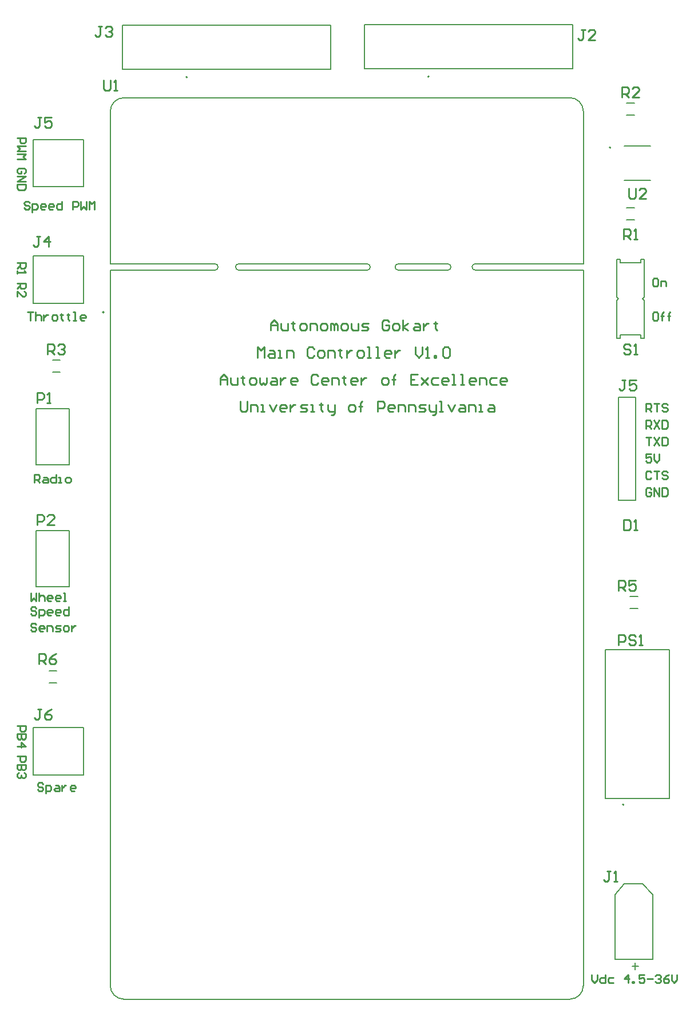
<source format=gto>
G04*
G04 #@! TF.GenerationSoftware,Altium Limited,Altium Designer,22.8.2 (66)*
G04*
G04 Layer_Color=65535*
%FSLAX42Y42*%
%MOMM*%
G71*
G04*
G04 #@! TF.SameCoordinates,8E390A5F-EF31-4BF6-9372-B9111DFB767B*
G04*
G04*
G04 #@! TF.FilePolarity,Positive*
G04*
G01*
G75*
%ADD10C,0.20*%
%ADD11C,0.13*%
%ADD12C,0.20*%
%ADD13C,0.25*%
D10*
X1406Y10493D02*
G03*
X1406Y10493I-10J0D01*
G01*
X9100Y3210D02*
G03*
X9100Y3210I-10J0D01*
G01*
X8906Y12930D02*
G03*
X8906Y12930I-10J0D01*
G01*
X2641Y13972D02*
G03*
X2641Y13972I-10J0D01*
G01*
X6217Y13980D02*
G03*
X6217Y13980I-10J0D01*
G01*
D11*
X1500Y533D02*
G03*
X1700Y333I200J0D01*
G01*
X8300D02*
G03*
X8500Y533I0J200D01*
G01*
Y13467D02*
G03*
X8300Y13667I-200J0D01*
G01*
X1700D02*
G03*
X1500Y13467I0J-200D01*
G01*
X6900Y11211D02*
G03*
X6900Y11117I1J-47D01*
G01*
X6494D02*
G03*
X6494Y11211I-1J47D01*
G01*
X5762D02*
G03*
X5762Y11117I1J-47D01*
G01*
X5300D02*
G03*
X5300Y11211I-1J47D01*
G01*
X3400D02*
G03*
X3400Y11117I1J-47D01*
G01*
X3049D02*
G03*
X3049Y11211I-1J47D01*
G01*
X1500Y533D02*
Y11117D01*
X1700Y333D02*
X8300D01*
X8500Y533D02*
Y11117D01*
Y11211D02*
Y13467D01*
X1700Y13667D02*
X8300D01*
X1500Y11211D02*
Y13467D01*
Y11117D02*
X3049D01*
X3400D02*
X5300D01*
X5762D02*
X6494D01*
X6900D02*
X8500D01*
X1500Y11211D02*
X3049D01*
X3400D02*
X5300D01*
X5762D02*
X6494D01*
X6900D02*
X8500D01*
X1100Y3650D02*
Y4350D01*
X360Y3650D02*
Y4350D01*
Y3650D02*
X1100D01*
X360Y4350D02*
X1100D01*
X8825Y3300D02*
X9775D01*
Y5500D01*
X8825D02*
X9775D01*
X8825Y3300D02*
Y5500D01*
X9192Y6288D02*
X9308D01*
X9192Y6112D02*
X9308D01*
X645Y9612D02*
X761D01*
X645Y9788D02*
X761D01*
X360Y13050D02*
X1100D01*
X360Y12350D02*
X1100D01*
X360D02*
Y13050D01*
X1100Y12350D02*
Y13050D01*
X9023Y7711D02*
Y9235D01*
X9277D01*
Y7711D02*
Y9235D01*
X9023Y7711D02*
X9277D01*
X9105Y12447D02*
X9495D01*
X9105Y12952D02*
X9495D01*
X1683Y14742D02*
X4763D01*
Y14092D02*
Y14742D01*
X1683Y14092D02*
Y14742D01*
Y14092D02*
X4763D01*
X592Y5188D02*
X708D01*
X592Y5012D02*
X708D01*
X1100Y10625D02*
Y11325D01*
X360Y10625D02*
Y11325D01*
Y10625D02*
X1100D01*
X360Y11325D02*
X1100D01*
X5259Y14100D02*
X8340D01*
X5259D02*
Y14750D01*
X8340Y14100D02*
Y14750D01*
X5259D02*
X8340D01*
X8997Y10112D02*
X9048D01*
Y10163D01*
X9352D01*
Y10112D02*
Y10163D01*
Y10112D02*
X9403D01*
Y10671D01*
X9378Y10696D02*
X9403Y10671D01*
X9378Y10696D02*
X9403Y10721D01*
Y11280D01*
X9352D02*
X9403D01*
X9352Y11229D02*
Y11280D01*
X9048Y11229D02*
X9352D01*
X9048D02*
Y11280D01*
X8997D02*
X9048D01*
X8997Y10721D02*
Y11280D01*
Y10721D02*
X9022Y10696D01*
X8997Y10671D02*
X9022Y10696D01*
X8997Y10112D02*
Y10671D01*
X9142Y11862D02*
X9258D01*
X9142Y12038D02*
X9258D01*
X9142Y13588D02*
X9258D01*
X9142Y13412D02*
X9258D01*
X9107Y2040D02*
X9370D01*
X8970Y1883D02*
X9107Y2040D01*
X8970Y920D02*
X9530D01*
X9270Y770D02*
Y870D01*
X9220Y820D02*
X9320D01*
X8970Y920D02*
Y1883D01*
X9530Y920D02*
Y1883D01*
X9370Y2040D02*
X9373D01*
X9530Y1883D01*
D12*
X890Y6435D02*
Y7265D01*
X400Y6435D02*
X890D01*
X400D02*
Y7265D01*
X890D01*
Y8235D02*
Y9065D01*
X400Y8235D02*
X890D01*
X400D02*
Y9065D01*
X890D01*
D13*
X3425Y9179D02*
Y9052D01*
X3451Y9026D01*
X3502D01*
X3527Y9052D01*
Y9179D01*
X3578Y9026D02*
Y9128D01*
X3654D01*
X3679Y9102D01*
Y9026D01*
X3730D02*
X3781D01*
X3755D01*
Y9128D01*
X3730D01*
X3857D02*
X3908Y9026D01*
X3959Y9128D01*
X4086Y9026D02*
X4035D01*
X4009Y9052D01*
Y9102D01*
X4035Y9128D01*
X4086D01*
X4111Y9102D01*
Y9077D01*
X4009D01*
X4162Y9128D02*
Y9026D01*
Y9077D01*
X4187Y9102D01*
X4213Y9128D01*
X4238D01*
X4314Y9026D02*
X4390D01*
X4416Y9052D01*
X4390Y9077D01*
X4340D01*
X4314Y9102D01*
X4340Y9128D01*
X4416D01*
X4466Y9026D02*
X4517D01*
X4492D01*
Y9128D01*
X4466D01*
X4619Y9153D02*
Y9128D01*
X4593D01*
X4644D01*
X4619D01*
Y9052D01*
X4644Y9026D01*
X4720Y9128D02*
Y9052D01*
X4746Y9026D01*
X4822D01*
Y9001D01*
X4797Y8975D01*
X4771D01*
X4822Y9026D02*
Y9128D01*
X5050Y9026D02*
X5101D01*
X5127Y9052D01*
Y9102D01*
X5101Y9128D01*
X5050D01*
X5025Y9102D01*
Y9052D01*
X5050Y9026D01*
X5203D02*
Y9153D01*
Y9102D01*
X5177D01*
X5228D01*
X5203D01*
Y9153D01*
X5228Y9179D01*
X5457Y9026D02*
Y9179D01*
X5533D01*
X5558Y9153D01*
Y9102D01*
X5533Y9077D01*
X5457D01*
X5685Y9026D02*
X5634D01*
X5609Y9052D01*
Y9102D01*
X5634Y9128D01*
X5685D01*
X5711Y9102D01*
Y9077D01*
X5609D01*
X5761Y9026D02*
Y9128D01*
X5838D01*
X5863Y9102D01*
Y9026D01*
X5914D02*
Y9128D01*
X5990D01*
X6015Y9102D01*
Y9026D01*
X6066D02*
X6142D01*
X6168Y9052D01*
X6142Y9077D01*
X6092D01*
X6066Y9102D01*
X6092Y9128D01*
X6168D01*
X6218D02*
Y9052D01*
X6244Y9026D01*
X6320D01*
Y9001D01*
X6295Y8975D01*
X6269D01*
X6320Y9026D02*
Y9128D01*
X6371Y9026D02*
X6422D01*
X6396D01*
Y9179D01*
X6371D01*
X6498Y9128D02*
X6549Y9026D01*
X6599Y9128D01*
X6676D02*
X6726D01*
X6752Y9102D01*
Y9026D01*
X6676D01*
X6650Y9052D01*
X6676Y9077D01*
X6752D01*
X6803Y9026D02*
Y9128D01*
X6879D01*
X6904Y9102D01*
Y9026D01*
X6955D02*
X7006D01*
X6980D01*
Y9128D01*
X6955D01*
X7107D02*
X7158D01*
X7183Y9102D01*
Y9026D01*
X7107D01*
X7082Y9052D01*
X7107Y9077D01*
X7183D01*
X3125Y9425D02*
Y9527D01*
X3176Y9578D01*
X3227Y9527D01*
Y9425D01*
Y9502D01*
X3125D01*
X3278Y9527D02*
Y9451D01*
X3303Y9425D01*
X3379D01*
Y9527D01*
X3455Y9552D02*
Y9527D01*
X3430D01*
X3481D01*
X3455D01*
Y9451D01*
X3481Y9425D01*
X3582D02*
X3633D01*
X3659Y9451D01*
Y9502D01*
X3633Y9527D01*
X3582D01*
X3557Y9502D01*
Y9451D01*
X3582Y9425D01*
X3709Y9527D02*
Y9451D01*
X3735Y9425D01*
X3760Y9451D01*
X3786Y9425D01*
X3811Y9451D01*
Y9527D01*
X3887D02*
X3938D01*
X3963Y9502D01*
Y9425D01*
X3887D01*
X3862Y9451D01*
X3887Y9476D01*
X3963D01*
X4014Y9527D02*
Y9425D01*
Y9476D01*
X4040Y9502D01*
X4065Y9527D01*
X4090D01*
X4243Y9425D02*
X4192D01*
X4166Y9451D01*
Y9502D01*
X4192Y9527D01*
X4243D01*
X4268Y9502D01*
Y9476D01*
X4166D01*
X4573Y9552D02*
X4547Y9578D01*
X4497D01*
X4471Y9552D01*
Y9451D01*
X4497Y9425D01*
X4547D01*
X4573Y9451D01*
X4700Y9425D02*
X4649D01*
X4624Y9451D01*
Y9502D01*
X4649Y9527D01*
X4700D01*
X4725Y9502D01*
Y9476D01*
X4624D01*
X4776Y9425D02*
Y9527D01*
X4852D01*
X4877Y9502D01*
Y9425D01*
X4954Y9552D02*
Y9527D01*
X4928D01*
X4979D01*
X4954D01*
Y9451D01*
X4979Y9425D01*
X5131D02*
X5081D01*
X5055Y9451D01*
Y9502D01*
X5081Y9527D01*
X5131D01*
X5157Y9502D01*
Y9476D01*
X5055D01*
X5208Y9527D02*
Y9425D01*
Y9476D01*
X5233Y9502D01*
X5258Y9527D01*
X5284D01*
X5538Y9425D02*
X5588D01*
X5614Y9451D01*
Y9502D01*
X5588Y9527D01*
X5538D01*
X5512Y9502D01*
Y9451D01*
X5538Y9425D01*
X5690D02*
Y9552D01*
Y9502D01*
X5665D01*
X5715D01*
X5690D01*
Y9552D01*
X5715Y9578D01*
X6045D02*
X5944D01*
Y9425D01*
X6045D01*
X5944Y9502D02*
X5995D01*
X6096Y9527D02*
X6198Y9425D01*
X6147Y9476D01*
X6198Y9527D01*
X6096Y9425D01*
X6350Y9527D02*
X6274D01*
X6249Y9502D01*
Y9451D01*
X6274Y9425D01*
X6350D01*
X6477D02*
X6426D01*
X6401Y9451D01*
Y9502D01*
X6426Y9527D01*
X6477D01*
X6503Y9502D01*
Y9476D01*
X6401D01*
X6553Y9425D02*
X6604D01*
X6579D01*
Y9578D01*
X6553D01*
X6680Y9425D02*
X6731D01*
X6706D01*
Y9578D01*
X6680D01*
X6883Y9425D02*
X6833D01*
X6807Y9451D01*
Y9502D01*
X6833Y9527D01*
X6883D01*
X6909Y9502D01*
Y9476D01*
X6807D01*
X6960Y9425D02*
Y9527D01*
X7036D01*
X7061Y9502D01*
Y9425D01*
X7213Y9527D02*
X7137D01*
X7112Y9502D01*
Y9451D01*
X7137Y9425D01*
X7213D01*
X7340D02*
X7290D01*
X7264Y9451D01*
Y9502D01*
X7290Y9527D01*
X7340D01*
X7366Y9502D01*
Y9476D01*
X7264D01*
X3675Y9825D02*
Y9978D01*
X3726Y9927D01*
X3777Y9978D01*
Y9825D01*
X3853Y9927D02*
X3904D01*
X3929Y9902D01*
Y9825D01*
X3853D01*
X3828Y9851D01*
X3853Y9876D01*
X3929D01*
X3980Y9825D02*
X4031D01*
X4005D01*
Y9927D01*
X3980D01*
X4107Y9825D02*
Y9927D01*
X4183D01*
X4209Y9902D01*
Y9825D01*
X4513Y9952D02*
X4488Y9978D01*
X4437D01*
X4412Y9952D01*
Y9851D01*
X4437Y9825D01*
X4488D01*
X4513Y9851D01*
X4590Y9825D02*
X4640D01*
X4666Y9851D01*
Y9902D01*
X4640Y9927D01*
X4590D01*
X4564Y9902D01*
Y9851D01*
X4590Y9825D01*
X4716D02*
Y9927D01*
X4793D01*
X4818Y9902D01*
Y9825D01*
X4894Y9952D02*
Y9927D01*
X4869D01*
X4920D01*
X4894D01*
Y9851D01*
X4920Y9825D01*
X4996Y9927D02*
Y9825D01*
Y9876D01*
X5021Y9902D01*
X5047Y9927D01*
X5072D01*
X5174Y9825D02*
X5224D01*
X5250Y9851D01*
Y9902D01*
X5224Y9927D01*
X5174D01*
X5148Y9902D01*
Y9851D01*
X5174Y9825D01*
X5300D02*
X5351D01*
X5326D01*
Y9978D01*
X5300D01*
X5427Y9825D02*
X5478D01*
X5453D01*
Y9978D01*
X5427D01*
X5631Y9825D02*
X5580D01*
X5554Y9851D01*
Y9902D01*
X5580Y9927D01*
X5631D01*
X5656Y9902D01*
Y9876D01*
X5554D01*
X5707Y9927D02*
Y9825D01*
Y9876D01*
X5732Y9902D01*
X5758Y9927D01*
X5783D01*
X6011Y9978D02*
Y9876D01*
X6062Y9825D01*
X6113Y9876D01*
Y9978D01*
X6164Y9825D02*
X6215D01*
X6189D01*
Y9978D01*
X6164Y9952D01*
X6291Y9825D02*
Y9851D01*
X6316D01*
Y9825D01*
X6291D01*
X6418Y9952D02*
X6443Y9978D01*
X6494D01*
X6519Y9952D01*
Y9851D01*
X6494Y9825D01*
X6443D01*
X6418Y9851D01*
Y9952D01*
X3875Y10225D02*
Y10327D01*
X3926Y10378D01*
X3977Y10327D01*
Y10225D01*
Y10302D01*
X3875D01*
X4028Y10327D02*
Y10251D01*
X4053Y10225D01*
X4129D01*
Y10327D01*
X4205Y10352D02*
Y10327D01*
X4180D01*
X4231D01*
X4205D01*
Y10251D01*
X4231Y10225D01*
X4332D02*
X4383D01*
X4409Y10251D01*
Y10302D01*
X4383Y10327D01*
X4332D01*
X4307Y10302D01*
Y10251D01*
X4332Y10225D01*
X4459D02*
Y10327D01*
X4536D01*
X4561Y10302D01*
Y10225D01*
X4637D02*
X4688D01*
X4713Y10251D01*
Y10302D01*
X4688Y10327D01*
X4637D01*
X4612Y10302D01*
Y10251D01*
X4637Y10225D01*
X4764D02*
Y10327D01*
X4790D01*
X4815Y10302D01*
Y10225D01*
Y10302D01*
X4840Y10327D01*
X4866Y10302D01*
Y10225D01*
X4942D02*
X4993D01*
X5018Y10251D01*
Y10302D01*
X4993Y10327D01*
X4942D01*
X4916Y10302D01*
Y10251D01*
X4942Y10225D01*
X5069Y10327D02*
Y10251D01*
X5094Y10225D01*
X5170D01*
Y10327D01*
X5221Y10225D02*
X5297D01*
X5323Y10251D01*
X5297Y10276D01*
X5247D01*
X5221Y10302D01*
X5247Y10327D01*
X5323D01*
X5627Y10352D02*
X5602Y10378D01*
X5551D01*
X5526Y10352D01*
Y10251D01*
X5551Y10225D01*
X5602D01*
X5627Y10251D01*
Y10302D01*
X5577D01*
X5704Y10225D02*
X5754D01*
X5780Y10251D01*
Y10302D01*
X5754Y10327D01*
X5704D01*
X5678Y10302D01*
Y10251D01*
X5704Y10225D01*
X5831D02*
Y10378D01*
Y10276D02*
X5907Y10327D01*
X5831Y10276D02*
X5907Y10225D01*
X6008Y10327D02*
X6059D01*
X6084Y10302D01*
Y10225D01*
X6008D01*
X5983Y10251D01*
X6008Y10276D01*
X6084D01*
X6135Y10327D02*
Y10225D01*
Y10276D01*
X6161Y10302D01*
X6186Y10327D01*
X6211D01*
X6313Y10352D02*
Y10327D01*
X6288D01*
X6338D01*
X6313D01*
Y10251D01*
X6338Y10225D01*
X1402Y13924D02*
Y13797D01*
X1427Y13772D01*
X1478D01*
X1504Y13797D01*
Y13924D01*
X1554Y13772D02*
X1605D01*
X1580D01*
Y13924D01*
X1554Y13899D01*
X505Y3515D02*
X485Y3535D01*
X445D01*
X425Y3515D01*
Y3495D01*
X445Y3475D01*
X485D01*
X505Y3455D01*
Y3435D01*
X485Y3415D01*
X445D01*
X425Y3435D01*
X545Y3375D02*
Y3495D01*
X605D01*
X625Y3475D01*
Y3435D01*
X605Y3415D01*
X545D01*
X685Y3495D02*
X725D01*
X745Y3475D01*
Y3415D01*
X685D01*
X665Y3435D01*
X685Y3455D01*
X745D01*
X785Y3495D02*
Y3415D01*
Y3455D01*
X805Y3475D01*
X825Y3495D01*
X845D01*
X965Y3415D02*
X925D01*
X905Y3435D01*
Y3475D01*
X925Y3495D01*
X965D01*
X985Y3475D01*
Y3455D01*
X905D01*
X475Y4626D02*
X424D01*
X449D01*
Y4499D01*
X424Y4474D01*
X398D01*
X373Y4499D01*
X627Y4626D02*
X576Y4601D01*
X525Y4550D01*
Y4499D01*
X551Y4474D01*
X602D01*
X627Y4499D01*
Y4525D01*
X602Y4550D01*
X525D01*
X125Y3925D02*
X245D01*
Y3865D01*
X225Y3845D01*
X185D01*
X165Y3865D01*
Y3925D01*
X245Y3805D02*
X125D01*
Y3745D01*
X145Y3725D01*
X165D01*
X185Y3745D01*
Y3805D01*
Y3745D01*
X205Y3725D01*
X225D01*
X245Y3745D01*
Y3805D01*
X225Y3685D02*
X245Y3665D01*
Y3625D01*
X225Y3605D01*
X205D01*
X185Y3625D01*
Y3645D01*
Y3625D01*
X165Y3605D01*
X145D01*
X125Y3625D01*
Y3665D01*
X145Y3685D01*
X125Y4375D02*
X245D01*
Y4315D01*
X225Y4295D01*
X185D01*
X165Y4315D01*
Y4375D01*
X245Y4255D02*
X125D01*
Y4195D01*
X145Y4175D01*
X165D01*
X185Y4195D01*
Y4255D01*
Y4195D01*
X205Y4175D01*
X225D01*
X245Y4195D01*
Y4255D01*
X125Y4075D02*
X245D01*
X185Y4135D01*
Y4055D01*
X125Y10925D02*
X245D01*
Y10865D01*
X225Y10845D01*
X185D01*
X165Y10865D01*
Y10925D01*
Y10885D02*
X125Y10845D01*
Y10725D02*
Y10805D01*
X205Y10725D01*
X225D01*
X245Y10745D01*
Y10785D01*
X225Y10805D01*
X125Y11225D02*
X245D01*
Y11165D01*
X225Y11145D01*
X185D01*
X165Y11165D01*
Y11225D01*
Y11185D02*
X125Y11145D01*
Y11105D02*
Y11065D01*
Y11085D01*
X245D01*
X225Y11105D01*
X8625Y695D02*
Y615D01*
X8665Y575D01*
X8705Y615D01*
Y695D01*
X8825D02*
Y575D01*
X8765D01*
X8745Y595D01*
Y635D01*
X8765Y655D01*
X8825D01*
X8945D02*
X8885D01*
X8865Y635D01*
Y595D01*
X8885Y575D01*
X8945D01*
X9165D02*
Y695D01*
X9105Y635D01*
X9185D01*
X9225Y575D02*
Y595D01*
X9245D01*
Y575D01*
X9225D01*
X9405Y695D02*
X9325D01*
Y635D01*
X9365Y655D01*
X9385D01*
X9405Y635D01*
Y595D01*
X9385Y575D01*
X9345D01*
X9325Y595D01*
X9445Y635D02*
X9525D01*
X9565Y675D02*
X9585Y695D01*
X9625D01*
X9645Y675D01*
Y655D01*
X9625Y635D01*
X9605D01*
X9625D01*
X9645Y615D01*
Y595D01*
X9625Y575D01*
X9585D01*
X9565Y595D01*
X9765Y695D02*
X9725Y675D01*
X9685Y635D01*
Y595D01*
X9705Y575D01*
X9745D01*
X9765Y595D01*
Y615D01*
X9745Y635D01*
X9685D01*
X9805Y695D02*
Y615D01*
X9845Y575D01*
X9885Y615D01*
Y695D01*
X9505Y7875D02*
X9485Y7895D01*
X9445D01*
X9425Y7875D01*
Y7795D01*
X9445Y7775D01*
X9485D01*
X9505Y7795D01*
Y7835D01*
X9465D01*
X9545Y7775D02*
Y7895D01*
X9625Y7775D01*
Y7895D01*
X9665D02*
Y7775D01*
X9725D01*
X9745Y7795D01*
Y7875D01*
X9725Y7895D01*
X9665D01*
X9505Y8125D02*
X9485Y8145D01*
X9445D01*
X9425Y8125D01*
Y8045D01*
X9445Y8025D01*
X9485D01*
X9505Y8045D01*
X9545Y8145D02*
X9625D01*
X9585D01*
Y8025D01*
X9745Y8125D02*
X9725Y8145D01*
X9685D01*
X9665Y8125D01*
Y8105D01*
X9685Y8085D01*
X9725D01*
X9745Y8065D01*
Y8045D01*
X9725Y8025D01*
X9685D01*
X9665Y8045D01*
X9505Y8395D02*
X9425D01*
Y8335D01*
X9465Y8355D01*
X9485D01*
X9505Y8335D01*
Y8295D01*
X9485Y8275D01*
X9445D01*
X9425Y8295D01*
X9545Y8395D02*
Y8315D01*
X9585Y8275D01*
X9625Y8315D01*
Y8395D01*
X9425Y8645D02*
X9505D01*
X9465D01*
Y8525D01*
X9545Y8645D02*
X9625Y8525D01*
Y8645D02*
X9545Y8525D01*
X9665Y8645D02*
Y8525D01*
X9725D01*
X9745Y8545D01*
Y8625D01*
X9725Y8645D01*
X9665D01*
X9425Y8775D02*
Y8895D01*
X9485D01*
X9505Y8875D01*
Y8835D01*
X9485Y8815D01*
X9425D01*
X9465D02*
X9505Y8775D01*
X9545Y8895D02*
X9625Y8775D01*
Y8895D02*
X9545Y8775D01*
X9665Y8895D02*
Y8775D01*
X9725D01*
X9745Y8795D01*
Y8875D01*
X9725Y8895D01*
X9665D01*
X9425Y9025D02*
Y9145D01*
X9485D01*
X9505Y9125D01*
Y9085D01*
X9485Y9065D01*
X9425D01*
X9465D02*
X9505Y9025D01*
X9545Y9145D02*
X9625D01*
X9585D01*
Y9025D01*
X9745Y9125D02*
X9725Y9145D01*
X9685D01*
X9665Y9125D01*
Y9105D01*
X9685Y9085D01*
X9725D01*
X9745Y9065D01*
Y9045D01*
X9725Y9025D01*
X9685D01*
X9665Y9045D01*
X9585Y10495D02*
X9545D01*
X9525Y10475D01*
Y10395D01*
X9545Y10375D01*
X9585D01*
X9605Y10395D01*
Y10475D01*
X9585Y10495D01*
X9665Y10375D02*
Y10475D01*
Y10435D01*
X9645D01*
X9685D01*
X9665D01*
Y10475D01*
X9685Y10495D01*
X9765Y10375D02*
Y10475D01*
Y10435D01*
X9745D01*
X9785D01*
X9765D01*
Y10475D01*
X9785Y10495D01*
X9585Y10995D02*
X9545D01*
X9525Y10975D01*
Y10895D01*
X9545Y10875D01*
X9585D01*
X9605Y10895D01*
Y10975D01*
X9585Y10995D01*
X9645Y10875D02*
Y10955D01*
X9705D01*
X9725Y10935D01*
Y10875D01*
X405Y5875D02*
X385Y5895D01*
X345D01*
X325Y5875D01*
Y5855D01*
X345Y5835D01*
X385D01*
X405Y5815D01*
Y5795D01*
X385Y5775D01*
X345D01*
X325Y5795D01*
X505Y5775D02*
X465D01*
X445Y5795D01*
Y5835D01*
X465Y5855D01*
X505D01*
X525Y5835D01*
Y5815D01*
X445D01*
X565Y5775D02*
Y5855D01*
X625D01*
X645Y5835D01*
Y5775D01*
X685D02*
X745D01*
X765Y5795D01*
X745Y5815D01*
X705D01*
X685Y5835D01*
X705Y5855D01*
X765D01*
X825Y5775D02*
X865D01*
X885Y5795D01*
Y5835D01*
X865Y5855D01*
X825D01*
X805Y5835D01*
Y5795D01*
X825Y5775D01*
X925Y5855D02*
Y5775D01*
Y5815D01*
X945Y5835D01*
X965Y5855D01*
X985D01*
X275Y10495D02*
X355D01*
X315D01*
Y10375D01*
X395Y10495D02*
Y10375D01*
Y10435D01*
X415Y10455D01*
X455D01*
X475Y10435D01*
Y10375D01*
X515Y10455D02*
Y10375D01*
Y10415D01*
X535Y10435D01*
X555Y10455D01*
X575D01*
X655Y10375D02*
X695D01*
X715Y10395D01*
Y10435D01*
X695Y10455D01*
X655D01*
X635Y10435D01*
Y10395D01*
X655Y10375D01*
X775Y10475D02*
Y10455D01*
X755D01*
X795D01*
X775D01*
Y10395D01*
X795Y10375D01*
X875Y10475D02*
Y10455D01*
X855D01*
X895D01*
X875D01*
Y10395D01*
X895Y10375D01*
X955D02*
X995D01*
X975D01*
Y10495D01*
X955D01*
X1115Y10375D02*
X1075D01*
X1055Y10395D01*
Y10435D01*
X1075Y10455D01*
X1115D01*
X1135Y10435D01*
Y10415D01*
X1055D01*
X405Y6115D02*
X385Y6135D01*
X345D01*
X325Y6115D01*
Y6095D01*
X345Y6075D01*
X385D01*
X405Y6055D01*
Y6035D01*
X385Y6015D01*
X345D01*
X325Y6035D01*
X445Y5975D02*
Y6095D01*
X505D01*
X525Y6075D01*
Y6035D01*
X505Y6015D01*
X445D01*
X625D02*
X585D01*
X565Y6035D01*
Y6075D01*
X585Y6095D01*
X625D01*
X645Y6075D01*
Y6055D01*
X565D01*
X745Y6015D02*
X705D01*
X685Y6035D01*
Y6075D01*
X705Y6095D01*
X745D01*
X765Y6075D01*
Y6055D01*
X685D01*
X885Y6135D02*
Y6015D01*
X825D01*
X805Y6035D01*
Y6075D01*
X825Y6095D01*
X885D01*
X325Y6345D02*
Y6225D01*
X365Y6265D01*
X405Y6225D01*
Y6345D01*
X445D02*
Y6225D01*
Y6285D01*
X465Y6305D01*
X505D01*
X525Y6285D01*
Y6225D01*
X625D02*
X585D01*
X565Y6245D01*
Y6285D01*
X585Y6305D01*
X625D01*
X645Y6285D01*
Y6265D01*
X565D01*
X745Y6225D02*
X705D01*
X685Y6245D01*
Y6285D01*
X705Y6305D01*
X745D01*
X765Y6285D01*
Y6265D01*
X685D01*
X805Y6225D02*
X845D01*
X825D01*
Y6345D01*
X805D01*
X375Y7975D02*
Y8095D01*
X435D01*
X455Y8075D01*
Y8035D01*
X435Y8015D01*
X375D01*
X415D02*
X455Y7975D01*
X515Y8055D02*
X555D01*
X575Y8035D01*
Y7975D01*
X515D01*
X495Y7995D01*
X515Y8015D01*
X575D01*
X695Y8095D02*
Y7975D01*
X635D01*
X615Y7995D01*
Y8035D01*
X635Y8055D01*
X695D01*
X735Y7975D02*
X775D01*
X755D01*
Y8055D01*
X735D01*
X855Y7975D02*
X895D01*
X915Y7995D01*
Y8035D01*
X895Y8055D01*
X855D01*
X835Y8035D01*
Y7995D01*
X855Y7975D01*
X225Y12545D02*
X245Y12565D01*
Y12605D01*
X225Y12625D01*
X145D01*
X125Y12605D01*
Y12565D01*
X145Y12545D01*
X185D01*
Y12585D01*
X125Y12505D02*
X245D01*
X125Y12425D01*
X245D01*
Y12385D02*
X125D01*
Y12325D01*
X145Y12305D01*
X225D01*
X245Y12325D01*
Y12385D01*
X125Y13075D02*
X245D01*
Y13015D01*
X225Y12995D01*
X185D01*
X165Y13015D01*
Y13075D01*
X245Y12955D02*
X125D01*
X165Y12915D01*
X125Y12875D01*
X245D01*
X125Y12835D02*
X245D01*
X205Y12795D01*
X245Y12755D01*
X125D01*
X305Y12115D02*
X285Y12135D01*
X245D01*
X225Y12115D01*
Y12095D01*
X245Y12075D01*
X285D01*
X305Y12055D01*
Y12035D01*
X285Y12015D01*
X245D01*
X225Y12035D01*
X345Y11975D02*
Y12095D01*
X405D01*
X425Y12075D01*
Y12035D01*
X405Y12015D01*
X345D01*
X525D02*
X485D01*
X465Y12035D01*
Y12075D01*
X485Y12095D01*
X525D01*
X545Y12075D01*
Y12055D01*
X465D01*
X645Y12015D02*
X605D01*
X585Y12035D01*
Y12075D01*
X605Y12095D01*
X645D01*
X665Y12075D01*
Y12055D01*
X585D01*
X785Y12135D02*
Y12015D01*
X725D01*
X705Y12035D01*
Y12075D01*
X725Y12095D01*
X785D01*
X945Y12015D02*
Y12135D01*
X1005D01*
X1025Y12115D01*
Y12075D01*
X1005Y12055D01*
X945D01*
X1065Y12135D02*
Y12015D01*
X1105Y12055D01*
X1145Y12015D01*
Y12135D01*
X1185Y12015D02*
Y12135D01*
X1225Y12095D01*
X1265Y12135D01*
Y12015D01*
X9022Y5574D02*
Y5726D01*
X9098D01*
X9124Y5701D01*
Y5650D01*
X9098Y5625D01*
X9022D01*
X9276Y5701D02*
X9251Y5726D01*
X9200D01*
X9175Y5701D01*
Y5675D01*
X9200Y5650D01*
X9251D01*
X9276Y5625D01*
Y5599D01*
X9251Y5574D01*
X9200D01*
X9175Y5599D01*
X9327Y5574D02*
X9378D01*
X9352D01*
Y5726D01*
X9327Y5701D01*
X9126Y9489D02*
X9075D01*
X9101D01*
Y9362D01*
X9075Y9337D01*
X9050D01*
X9025Y9362D01*
X9279Y9489D02*
X9177D01*
Y9413D01*
X9228Y9439D01*
X9253D01*
X9279Y9413D01*
Y9362D01*
X9253Y9337D01*
X9202D01*
X9177Y9362D01*
X9098Y7426D02*
Y7274D01*
X9175D01*
X9200Y7299D01*
Y7401D01*
X9175Y7426D01*
X9098D01*
X9251Y7274D02*
X9302D01*
X9276D01*
Y7426D01*
X9251Y7401D01*
X9023Y6374D02*
Y6526D01*
X9099D01*
X9125Y6501D01*
Y6450D01*
X9099Y6425D01*
X9023D01*
X9074D02*
X9125Y6374D01*
X9277Y6526D02*
X9175D01*
Y6450D01*
X9226Y6475D01*
X9252D01*
X9277Y6450D01*
Y6399D01*
X9252Y6374D01*
X9201D01*
X9175Y6399D01*
X445Y5293D02*
Y5446D01*
X521D01*
X546Y5420D01*
Y5370D01*
X521Y5344D01*
X445D01*
X495D02*
X546Y5293D01*
X698Y5446D02*
X648Y5420D01*
X597Y5370D01*
Y5319D01*
X622Y5293D01*
X673D01*
X698Y5319D01*
Y5344D01*
X673Y5370D01*
X597D01*
X414Y7351D02*
Y7503D01*
X490D01*
X516Y7478D01*
Y7427D01*
X490Y7402D01*
X414D01*
X668Y7351D02*
X566D01*
X668Y7452D01*
Y7478D01*
X643Y7503D01*
X592D01*
X566Y7478D01*
X414Y9152D02*
Y9304D01*
X490D01*
X516Y9279D01*
Y9228D01*
X490Y9202D01*
X414D01*
X566Y9152D02*
X617D01*
X592D01*
Y9304D01*
X566Y9279D01*
X573Y9874D02*
Y10026D01*
X649D01*
X675Y10001D01*
Y9950D01*
X649Y9925D01*
X573D01*
X624D02*
X675Y9874D01*
X725Y10001D02*
X751Y10026D01*
X802D01*
X827Y10001D01*
Y9975D01*
X802Y9950D01*
X776D01*
X802D01*
X827Y9925D01*
Y9899D01*
X802Y9874D01*
X751D01*
X725Y9899D01*
X462Y11618D02*
X411D01*
X437D01*
Y11491D01*
X411Y11466D01*
X386D01*
X361Y11491D01*
X589Y11466D02*
Y11618D01*
X513Y11542D01*
X615D01*
X475Y13376D02*
X424D01*
X449D01*
Y13249D01*
X424Y13224D01*
X398D01*
X373Y13249D01*
X627Y13376D02*
X525D01*
Y13300D01*
X576Y13325D01*
X602D01*
X627Y13300D01*
Y13249D01*
X602Y13224D01*
X551D01*
X525Y13249D01*
X1375Y14726D02*
X1324D01*
X1349D01*
Y14599D01*
X1324Y14574D01*
X1298D01*
X1273Y14599D01*
X1425Y14701D02*
X1451Y14726D01*
X1502D01*
X1527Y14701D01*
Y14675D01*
X1502Y14650D01*
X1476D01*
X1502D01*
X1527Y14625D01*
Y14599D01*
X1502Y14574D01*
X1451D01*
X1425Y14599D01*
X8525Y14676D02*
X8474D01*
X8499D01*
Y14549D01*
X8474Y14524D01*
X8448D01*
X8423Y14549D01*
X8677Y14524D02*
X8575D01*
X8677Y14625D01*
Y14651D01*
X8652Y14676D01*
X8601D01*
X8575Y14651D01*
X9173Y12326D02*
Y12199D01*
X9198Y12174D01*
X9249D01*
X9275Y12199D01*
Y12326D01*
X9427Y12174D02*
X9325D01*
X9427Y12275D01*
Y12301D01*
X9402Y12326D01*
X9351D01*
X9325Y12301D01*
X9200Y10001D02*
X9175Y10026D01*
X9124D01*
X9098Y10001D01*
Y9975D01*
X9124Y9950D01*
X9175D01*
X9200Y9925D01*
Y9899D01*
X9175Y9874D01*
X9124D01*
X9098Y9899D01*
X9251Y9874D02*
X9302D01*
X9276D01*
Y10026D01*
X9251Y10001D01*
X9073Y13674D02*
Y13826D01*
X9149D01*
X9175Y13801D01*
Y13750D01*
X9149Y13725D01*
X9073D01*
X9124D02*
X9175Y13674D01*
X9327D02*
X9225D01*
X9327Y13775D01*
Y13801D01*
X9302Y13826D01*
X9251D01*
X9225Y13801D01*
X9098Y11574D02*
Y11726D01*
X9175D01*
X9200Y11701D01*
Y11650D01*
X9175Y11625D01*
X9098D01*
X9149D02*
X9200Y11574D01*
X9251D02*
X9302D01*
X9276D01*
Y11726D01*
X9251Y11701D01*
X8900Y2226D02*
X8849D01*
X8875D01*
Y2099D01*
X8849Y2074D01*
X8824D01*
X8798Y2099D01*
X8951Y2074D02*
X9002D01*
X8976D01*
Y2226D01*
X8951Y2201D01*
M02*

</source>
